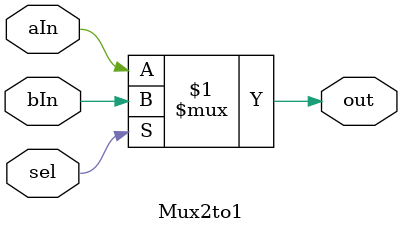
<source format=v>
`timescale 1ns / 1ps


module Mux2to1(
    input aIn,
    input bIn,
    input sel,
    output out
    );
    
    assign out = (sel) ? bIn : aIn;
    
endmodule

</source>
